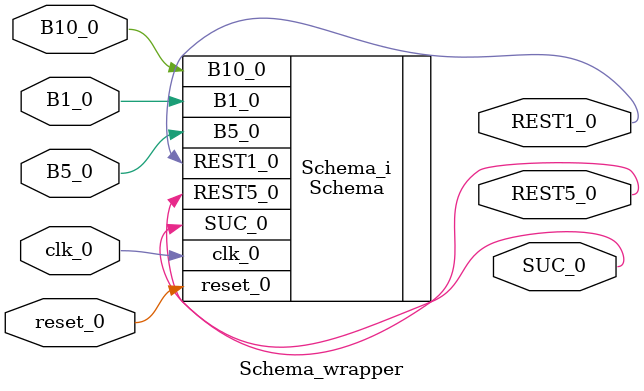
<source format=v>
`timescale 1 ps / 1 ps

module Schema_wrapper
   (B10_0,
    B1_0,
    B5_0,
    REST1_0,
    REST5_0,
    SUC_0,
    clk_0,
    reset_0);
  input B10_0;
  input B1_0;
  input B5_0;
  output REST1_0;
  output REST5_0;
  output SUC_0;
  input clk_0;
  input reset_0;

  wire B10_0;
  wire B1_0;
  wire B5_0;
  wire REST1_0;
  wire REST5_0;
  wire SUC_0;
  wire clk_0;
  wire reset_0;

  Schema Schema_i
       (.B10_0(B10_0),
        .B1_0(B1_0),
        .B5_0(B5_0),
        .REST1_0(REST1_0),
        .REST5_0(REST5_0),
        .SUC_0(SUC_0),
        .clk_0(clk_0),
        .reset_0(reset_0));
endmodule

</source>
